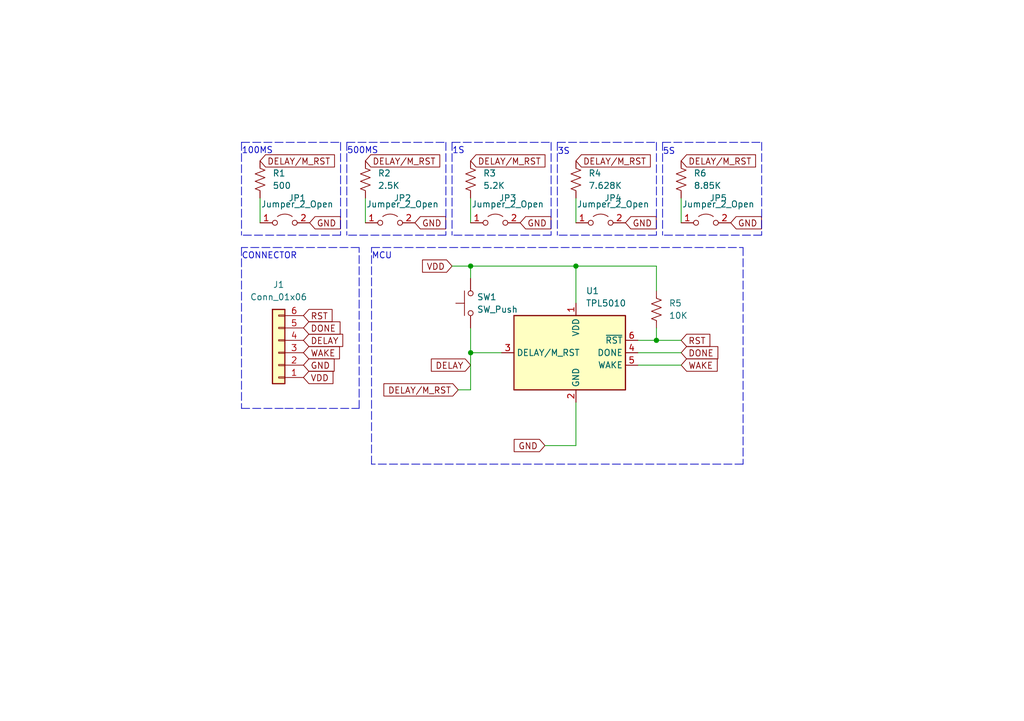
<source format=kicad_sch>
(kicad_sch (version 20211123) (generator eeschema)
  (paper "A5")
  (lib_symbols
    (symbol "Connector_Generic:Conn_01x06" (pin_names (offset 1.016) hide)
      (property "Reference" "J" (at 0 7.62 0))
      (property "Value" "Conn_01x06" (at 0 -10.16 0))
      (symbol "Conn_01x06_1_1"
        (rectangle (start -1.27 -7.493) (end 0 -7.747) (stroke (width 0.1524)))
        (rectangle (start -1.27 -4.953) (end 0 -5.207) (stroke (width 0.1524)))
        (rectangle (start -1.27 -2.413) (end 0 -2.667) (stroke (width 0.1524)))
        (rectangle (start -1.27 0.127) (end 0 -0.127) (stroke (width 0.1524)))
        (rectangle (start -1.27 2.667) (end 0 2.413) (stroke (width 0.1524)))
        (rectangle (start -1.27 5.207) (end 0 4.953) (stroke (width 0.1524)))
        (rectangle (start -1.27 6.35) (end 1.27 -8.89) (stroke (width 0.254)) (fill (type background)))
        (pin passive line (at -5.08 5.08 0) (length 3.81) (name "Pin_1") (number "1"))
        (pin passive line (at -5.08 2.54 0) (length 3.81) (name "Pin_2") (number "2"))
        (pin passive line (at -5.08 0 0) (length 3.81) (name "Pin_3") (number "3"))
        (pin passive line (at -5.08 -2.54 0) (length 3.81) (name "Pin_4") (number "4"))
        (pin passive line (at -5.08 -5.08 0) (length 3.81) (name "Pin_5") (number "5"))
        (pin passive line (at -5.08 -7.62 0) (length 3.81) (name "Pin_6") (number "6"))
      )
    )
    (symbol "Device:R_US" (pin_numbers hide) (pin_names (offset 0))
      (property "Reference" "R" (at 2.54 0 90))
      (property "Value" "R_US" (at -2.54 0 90))
      (symbol "R_US_0_1"
        (polyline (pts (xy 0 -2.286) (xy 0 -2.54)))
        (polyline (pts (xy 0 2.286) (xy 0 2.54)))
        (polyline (pts (xy 0 -0.762) (xy 1.016 -1.143) (xy 0 -1.524) (xy -1.016 -1.905) (xy 0 -2.286)))
        (polyline (pts (xy 0 0.762) (xy 1.016 0.381) (xy 0 0) (xy -1.016 -0.381) (xy 0 -0.762)))
        (polyline (pts (xy 0 2.286) (xy 1.016 1.905) (xy 0 1.524) (xy -1.016 1.143) (xy 0 0.762)))
      )
      (symbol "R_US_1_1"
        (pin passive line (at 0 3.81 270) (length 1.27) (name "~") (number "1"))
        (pin passive line (at 0 -3.81 90) (length 1.27) (name "~") (number "2"))
      )
    )
    (symbol "Jumper:Jumper_2_Open" (pin_names (offset 0) hide)
      (property "Reference" "JP" (at 0 2.794 0))
      (property "Value" "Jumper_2_Open" (at 0 -2.286 0))
      (symbol "Jumper_2_Open_0_0"
        (circle (center -2.032 0) (radius 0.508))
        (circle (center 2.032 0) (radius 0.508))
      )
      (symbol "Jumper_2_Open_0_1"
        (arc (start 1.524 1.27) (mid 0 1.778) (end -1.524 1.27))
      )
      (symbol "Jumper_2_Open_1_1"
        (pin passive line (at -5.08 0 0) (length 2.54) (name "A") (number "1"))
        (pin passive line (at 5.08 0 180) (length 2.54) (name "B") (number "2"))
      )
    )
    (symbol "Switch:SW_Push" (pin_numbers hide) (pin_names (offset 1.016) hide)
      (property "Reference" "SW" (at 1.27 2.54 0))
      (property "Value" "SW_Push" (at 0 -1.524 0))
      (symbol "SW_Push_0_1"
        (circle (center -2.032 0) (radius 0.508))
        (polyline (pts (xy 0 1.27) (xy 0 3.048)))
        (polyline (pts (xy 2.54 1.27) (xy -2.54 1.27)))
        (circle (center 2.032 0) (radius 0.508))
        (pin passive line (at -5.08 0 0) (length 2.54) (name "1") (number "1"))
        (pin passive line (at 5.08 0 180) (length 2.54) (name "2") (number "2"))
      )
    )
    (symbol "Timer:TPL5010"
      (property "Reference" "U" (at -8.89 8.89 0))
      (property "Value" "TPL5010" (at 6.35 8.89 0))
      (symbol "TPL5010_0_1"
        (rectangle (start -12.7 7.62) (end 10.16 -7.62) (stroke (width 0.254)) (fill (type background)))
      )
      (symbol "TPL5010_1_1"
        (pin power_in line (at 0 10.16 270) (length 2.54) (name "VDD") (number "1"))
        (pin power_in line (at 0 -10.16 90) (length 2.54) (name "GND") (number "2"))
        (pin input line (at -15.24 0 0) (length 2.54) (name "DELAY/M_RST") (number "3"))
        (pin input line (at 12.7 0 180) (length 2.54) (name "DONE") (number "4"))
        (pin output line (at 12.7 -2.54 180) (length 2.54) (name "WAKE") (number "5"))
        (pin open_collector line (at 12.7 2.54 180) (length 2.54) (name "~{RST}") (number "6"))
      )
    )
  )
  (junction (at 96.52 72.39))
  (junction (at 134.62 69.85))
  (junction (at 96.52 54.61))
  (junction (at 118.11 54.61))
  (polyline (pts (xy 91.44 48.26) (xy 71.12 48.26)))
  (polyline (pts (xy 113.03 48.26) (xy 92.71 48.26)))
  (wire (pts (xy 96.52 54.61) (xy 118.11 54.61)))
  (polyline (pts (xy 152.4 50.8) (xy 152.4 95.25)))
  (wire (pts (xy 134.62 67.31) (xy 134.62 69.85)))
  (polyline (pts (xy 92.71 29.21) (xy 92.71 48.26)))
  (polyline (pts (xy 114.3 29.21) (xy 114.3 48.26)))
  (wire (pts (xy 130.81 69.85) (xy 134.62 69.85)))
  (polyline (pts (xy 71.12 29.21) (xy 71.12 48.26)))
  (polyline (pts (xy 58.42 83.82) (xy 73.66 83.82)))
  (wire (pts (xy 134.62 69.85) (xy 139.7 69.85)))
  (wire (pts (xy 96.52 57.15) (xy 96.52 54.61)))
  (polyline (pts (xy 76.2 95.25) (xy 76.2 50.8)))
  (polyline (pts (xy 73.66 50.8) (xy 49.53 50.8)))
  (polyline (pts (xy 134.62 48.26) (xy 114.3 48.26)))
  (polyline (pts (xy 135.89 29.21) (xy 135.89 48.26)))
  (wire (pts (xy 118.11 40.64) (xy 118.11 45.72)))
  (wire (pts (xy 96.52 72.39) (xy 96.52 80.01)))
  (polyline (pts (xy 156.21 48.26) (xy 135.89 48.26)))
  (wire (pts (xy 130.81 74.93) (xy 139.7 74.93)))
  (polyline (pts (xy 71.12 29.21) (xy 91.44 29.21)))
  (wire (pts (xy 96.52 72.39) (xy 102.87 72.39)))
  (wire (pts (xy 130.81 72.39) (xy 139.7 72.39)))
  (polyline (pts (xy 49.53 29.21) (xy 69.85 29.21)))
  (polyline (pts (xy 113.03 29.21) (xy 113.03 48.26)))
  (polyline (pts (xy 49.53 29.21) (xy 49.53 48.26)))
  (wire (pts (xy 134.62 59.69) (xy 134.62 54.61)))
  (wire (pts (xy 53.34 40.64) (xy 53.34 45.72)))
  (polyline (pts (xy 134.62 29.21) (xy 134.62 48.26)))
  (wire (pts (xy 118.11 82.55) (xy 118.11 91.44)))
  (wire (pts (xy 96.52 67.31) (xy 96.52 72.39)))
  (wire (pts (xy 118.11 54.61) (xy 134.62 54.61)))
  (polyline (pts (xy 73.66 83.82) (xy 73.66 50.8)))
  (wire (pts (xy 92.71 54.61) (xy 96.52 54.61)))
  (polyline (pts (xy 69.85 29.21) (xy 69.85 48.26)))
  (polyline (pts (xy 76.2 50.8) (xy 152.4 50.8)))
  (polyline (pts (xy 152.4 95.25) (xy 76.2 95.25)))
  (wire (pts (xy 111.76 91.44) (xy 118.11 91.44)))
  (wire (pts (xy 96.52 40.64) (xy 96.52 45.72)))
  (wire (pts (xy 96.52 80.01) (xy 93.98 80.01)))
  (polyline (pts (xy 114.3 29.21) (xy 134.62 29.21)))
  (polyline (pts (xy 92.71 29.21) (xy 113.03 29.21)))
  (wire (pts (xy 139.7 40.64) (xy 139.7 45.72)))
  (polyline (pts (xy 49.53 50.8) (xy 49.53 83.82)))
  (polyline (pts (xy 135.89 29.21) (xy 156.21 29.21)))
  (wire (pts (xy 118.11 62.23) (xy 118.11 54.61)))
  (polyline (pts (xy 69.85 48.26) (xy 49.53 48.26)))
  (wire (pts (xy 74.93 40.64) (xy 74.93 45.72)))
  (polyline (pts (xy 49.53 83.82) (xy 58.42 83.82)))
  (polyline (pts (xy 91.44 29.21) (xy 91.44 48.26)))
  (polyline (pts (xy 156.21 29.21) (xy 156.21 48.26)))
  (text "100MS" (at 49.53 31.75 0) (effects (font (size 1.27 1.27)) (justify left bottom)))
  (text "CONNECTOR" (at 49.53 53.34 0) (effects (font (size 1.27 1.27)) (justify left bottom)))
  (text "1S" (at 92.71 31.75 0) (effects (font (size 1.27 1.27)) (justify left bottom)))
  (text "5S" (at 135.89 31.9181 0) (effects (font (size 1.27 1.27)) (justify left bottom)))
  (text "500MS" (at 71.12 31.75 0) (effects (font (size 1.27 1.27)) (justify left bottom)))
  (text "MCU" (at 76.2 53.34 0) (effects (font (size 1.27 1.27)) (justify left bottom)))
  (text "3S" (at 114.3 31.9181 0) (effects (font (size 1.27 1.27)) (justify left bottom)))
  (global_label "GND" (shape input) (at 85.09 45.72 0) (property "Intersheet References" "${INTERSHEET_REFS}" (effects hide)))
  (global_label "GND" (shape input) (at 149.86 45.72 0) (property "Intersheet References" "${INTERSHEET_REFS}" (effects hide)))
  (global_label "DELAY{slash}M_RST" (shape input) (at 53.34 33.02 0) (property "Intersheet References" "${INTERSHEET_REFS}" (effects hide)))
  (global_label "VDD" (shape input) (at 92.71 54.61 180) (property "Intersheet References" "${INTERSHEET_REFS}" (effects hide)))
  (global_label "DELAY{slash}M_RST" (shape input) (at 139.7 33.02 0) (property "Intersheet References" "${INTERSHEET_REFS}" (effects hide)))
  (global_label "RST" (shape input) (at 62.23 64.77 0) (property "Intersheet References" "${INTERSHEET_REFS}" (effects hide)))
  (global_label "DELAY{slash}M_RST" (shape input) (at 118.11 33.02 0) (property "Intersheet References" "${INTERSHEET_REFS}" (effects hide)))
  (global_label "VDD" (shape input) (at 62.23 77.47 0) (property "Intersheet References" "${INTERSHEET_REFS}" (effects hide)))
  (global_label "WAKE" (shape input) (at 62.23 72.39 0) (property "Intersheet References" "${INTERSHEET_REFS}" (effects hide)))
  (global_label "DONE" (shape input) (at 62.23 67.31 0) (property "Intersheet References" "${INTERSHEET_REFS}" (effects hide)))
  (global_label "GND" (shape input) (at 128.27 45.72 0) (property "Intersheet References" "${INTERSHEET_REFS}" (effects hide)))
  (global_label "DELAY" (shape input) (at 96.52 74.93 180) (property "Intersheet References" "${INTERSHEET_REFS}" (effects hide)))
  (global_label "DELAY{slash}M_RST" (shape input) (at 93.98 80.01 180) (property "Intersheet References" "${INTERSHEET_REFS}" (effects hide)))
  (global_label "GND" (shape input) (at 111.76 91.44 180) (property "Intersheet References" "${INTERSHEET_REFS}" (effects hide)))
  (global_label "DELAY{slash}M_RST" (shape input) (at 74.93 33.02 0) (property "Intersheet References" "${INTERSHEET_REFS}" (effects hide)))
  (global_label "WAKE" (shape input) (at 139.7 74.93 0) (property "Intersheet References" "${INTERSHEET_REFS}" (effects hide)))
  (global_label "GND" (shape input) (at 63.5 45.72 0) (property "Intersheet References" "${INTERSHEET_REFS}" (effects hide)))
  (global_label "GND" (shape input) (at 62.23 74.93 0) (property "Intersheet References" "${INTERSHEET_REFS}" (effects hide)))
  (global_label "DELAY" (shape input) (at 62.23 69.85 0) (property "Intersheet References" "${INTERSHEET_REFS}" (effects hide)))
  (global_label "DONE" (shape input) (at 139.7 72.39 0) (property "Intersheet References" "${INTERSHEET_REFS}" (effects hide)))
  (global_label "DELAY{slash}M_RST" (shape input) (at 96.52 33.02 0) (property "Intersheet References" "${INTERSHEET_REFS}" (effects hide)))
  (global_label "GND" (shape input) (at 106.68 45.72 0) (property "Intersheet References" "${INTERSHEET_REFS}" (effects hide)))
  (global_label "RST" (shape input) (at 139.7 69.85 0) (property "Intersheet References" "${INTERSHEET_REFS}" (effects hide)))
  (symbol (lib_id "Jumper:Jumper_2_Open") (at 101.6 45.72 0) (unit 1)
    (property "Reference" "JP3" (at 104.14 40.64 0))
    (property "Value" "Jumper_2_Open" (at 104.14 41.91 0))
    (property "Footprint" "Jumper:SolderJumper-2_P1.3mm_Open_TrianglePad1.0x1.5mm" (effects hide))
  )
  (symbol (lib_id "Jumper:Jumper_2_Open") (at 80.01 45.72 0) (unit 1)
    (property "Reference" "JP2" (at 82.55 40.64 0))
    (property "Value" "Jumper_2_Open" (at 82.55 41.91 0))
    (property "Footprint" "Jumper:SolderJumper-2_P1.3mm_Open_TrianglePad1.0x1.5mm" (effects hide))
  )
  (symbol (lib_id "Jumper:Jumper_2_Open") (at 144.78 45.72 0) (unit 1)
    (property "Reference" "JP5" (at 147.32 40.64 0))
    (property "Value" "Jumper_2_Open" (at 147.32 41.91 0))
    (property "Footprint" "Jumper:SolderJumper-2_P1.3mm_Open_TrianglePad1.0x1.5mm" (effects hide))
  )
  (symbol (lib_id "Timer:TPL5010") (at 118.11 72.39 0) (unit 1)
    (property "Reference" "U1" (at 120.1294 59.69 0) (effects (justify left)))
    (property "Value" "TPL5010" (at 120.1294 62.23 0) (effects (justify left)))
    (property "Footprint" "Package_TO_SOT_SMD:SOT-23-6" (effects hide))
    (property "Datasheet" "http://www.ti.com/lit/ds/symlink/tpl5010.pdf" (effects hide))
  )
  (symbol (lib_id "Connector_Generic:Conn_01x06") (at 57.15 72.39 180) (unit 1)
    (property "Reference" "J1" (at 57.15 58.42 0))
    (property "Value" "Conn_01x06" (at 57.15 60.96 0))
    (property "Footprint" "Connector_PinHeader_2.54mm:PinHeader_1x06_P2.54mm_Vertical" (effects hide))
  )
  (symbol (lib_id "Device:R_US") (at 96.52 36.83 0) (unit 1)
    (property "Reference" "R3" (at 99.06 35.5599 0) (effects (justify left)))
    (property "Value" "5.2K" (at 99.06 38.0999 0) (effects (justify left)))
    (property "Footprint" "Resistor_SMD:R_0201_0603Metric" (effects hide))
  )
  (symbol (lib_id "Device:R_US") (at 118.11 36.83 0) (unit 1)
    (property "Reference" "R4" (at 120.65 35.5599 0) (effects (justify left)))
    (property "Value" "7.628K" (at 120.65 38.0999 0) (effects (justify left)))
    (property "Footprint" "Resistor_SMD:R_0201_0603Metric" (effects hide))
  )
  (symbol (lib_id "Device:R_US") (at 139.7 36.83 0) (unit 1)
    (property "Reference" "R6" (at 142.24 35.5599 0) (effects (justify left)))
    (property "Value" "8.85K" (at 142.24 38.0999 0) (effects (justify left)))
    (property "Footprint" "Resistor_SMD:R_0201_0603Metric" (effects hide))
  )
  (symbol (lib_id "Switch:SW_Push") (at 96.52 62.23 90) (unit 1)
    (property "Reference" "SW1" (at 97.79 60.9599 90) (effects (justify right)))
    (property "Value" "SW_Push" (at 97.79 63.4999 90) (effects (justify right)))
    (property "Footprint" "Button_Switch_SMD:SW_SPST_B3U-1000P" (effects hide))
  )
  (symbol (lib_id "Device:R_US") (at 53.34 36.83 0) (unit 1)
    (property "Reference" "R1" (at 55.88 35.5599 0) (effects (justify left)))
    (property "Value" "500" (at 55.88 38.0999 0) (effects (justify left)))
    (property "Footprint" "Resistor_SMD:R_0201_0603Metric" (effects hide))
  )
  (symbol (lib_id "Jumper:Jumper_2_Open") (at 123.19 45.72 0) (unit 1)
    (property "Reference" "JP4" (at 125.73 40.64 0))
    (property "Value" "Jumper_2_Open" (at 125.73 41.91 0))
    (property "Footprint" "Jumper:SolderJumper-2_P1.3mm_Open_TrianglePad1.0x1.5mm" (effects hide))
  )
  (symbol (lib_id "Jumper:Jumper_2_Open") (at 58.42 45.72 0) (unit 1)
    (property "Reference" "JP1" (at 60.96 40.64 0))
    (property "Value" "Jumper_2_Open" (at 60.96 41.91 0))
    (property "Footprint" "Jumper:SolderJumper-2_P1.3mm_Open_TrianglePad1.0x1.5mm" (effects hide))
  )
  (symbol (lib_id "Device:R_US") (at 134.62 63.5 0) (unit 1)
    (property "Reference" "R5" (at 137.16 62.2299 0) (effects (justify left)))
    (property "Value" "10K" (at 137.16 64.7699 0) (effects (justify left)))
    (property "Footprint" "Resistor_SMD:R_0201_0603Metric" (effects hide))
  )
  (symbol (lib_id "Device:R_US") (at 74.93 36.83 0) (unit 1)
    (property "Reference" "R2" (at 77.47 35.5599 0) (effects (justify left)))
    (property "Value" "2.5K" (at 77.47 38.0999 0) (effects (justify left)))
    (property "Footprint" "Resistor_SMD:R_0201_0603Metric" (effects hide))
  )
)
</source>
